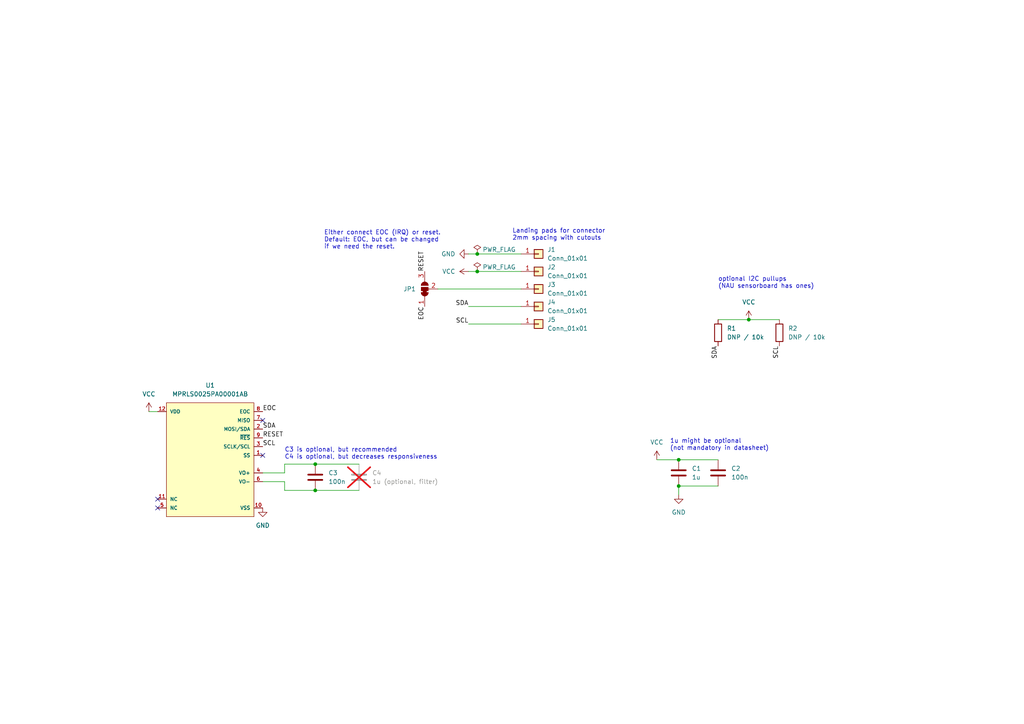
<source format=kicad_sch>
(kicad_sch (version 20230121) (generator eeschema)
  (paper "A4")
  (title_block (title "MPRLS sensorboard") (date "2023-07-06") (rev "v1.0") (company "AsTeRICS Foundation") (comment 2 "<beni@asterics-foundation.org>") (comment 3 "<aignerb@technikum-wien.at>") (comment 4 "Benjamin Aigner"))
  (lib_symbols
    (symbol "Connector_Generic:Conn_01x01" (pin_names (offset 1.016) hide)
      (property "Reference" "J" (at 0 2.54 0))
      (property "Value" "Conn_01x01" (at 0 -2.54 0))
      (symbol "Conn_01x01_1_1"
        (rectangle (start -1.27 0.127) (end 0 -0.127) (stroke (width 0.1524)))
        (rectangle (start -1.27 1.27) (end 1.27 -1.27) (stroke (width 0.254)) (fill (type background)))
        (pin passive line (at -5.08 0 0) (length 3.81) (name "Pin_1") (number "1"))
      )
    )
    (symbol "Device:C" (pin_numbers hide) (pin_names (offset 0.254))
      (property "Reference" "C" (at 0.635 2.54 0))
      (property "Value" "C" (at 0.635 -2.54 0))
      (symbol "C_0_1"
        (polyline (pts (xy -2.032 -0.762) (xy 2.032 -0.762)) (stroke (width 0.508)))
        (polyline (pts (xy -2.032 0.762) (xy 2.032 0.762)) (stroke (width 0.508)))
      )
      (symbol "C_1_1"
        (pin passive line (at 0 3.81 270) (length 2.794) (name "~") (number "1"))
        (pin passive line (at 0 -3.81 90) (length 2.794) (name "~") (number "2"))
      )
    )
    (symbol "Device:R" (pin_numbers hide) (pin_names (offset 0))
      (property "Reference" "R" (at 2.032 0 90))
      (property "Value" "R" (at 0 0 90))
      (symbol "R_0_1"
        (rectangle (start -1.016 -2.54) (end 1.016 2.54) (stroke (width 0.254)))
      )
      (symbol "R_1_1"
        (pin passive line (at 0 3.81 270) (length 1.27) (name "~") (number "1"))
        (pin passive line (at 0 -3.81 90) (length 1.27) (name "~") (number "2"))
      )
    )
    (symbol "Jumper:SolderJumper_3_Bridged12" (pin_names (offset 0) hide)
      (property "Reference" "JP" (at -2.54 -2.54 0))
      (property "Value" "SolderJumper_3_Bridged12" (at 0 2.794 0))
      (symbol "SolderJumper_3_Bridged12_0_1"
        (rectangle (start -1.016 0.508) (end -0.508 -0.508) (fill (type outline)))
        (arc (start -1.016 1.016) (mid -2.0276 0) (end -1.016 -1.016))
        (arc (start -1.016 1.016) (mid -2.0276 0) (end -1.016 -1.016) (fill (type outline)))
        (rectangle (start -0.508 1.016) (end 0.508 -1.016) (fill (type outline)))
        (polyline (pts (xy -2.54 0) (xy -2.032 0)))
        (polyline (pts (xy -1.016 1.016) (xy -1.016 -1.016)))
        (polyline (pts (xy 0 -1.27) (xy 0 -1.016)))
        (polyline (pts (xy 1.016 1.016) (xy 1.016 -1.016)))
        (polyline (pts (xy 2.54 0) (xy 2.032 0)))
        (arc (start 1.016 -1.016) (mid 2.0276 0) (end 1.016 1.016))
        (arc (start 1.016 -1.016) (mid 2.0276 0) (end 1.016 1.016) (fill (type outline)))
      )
      (symbol "SolderJumper_3_Bridged12_1_1"
        (pin passive line (at -5.08 0 0) (length 2.54) (name "A") (number "1"))
        (pin passive line (at 0 -3.81 90) (length 2.54) (name "C") (number "2"))
        (pin passive line (at 5.08 0 180) (length 2.54) (name "B") (number "3"))
      )
    )
    (symbol "mprl:MPRLS0025PA00001AB" (pin_names (offset 1.016))
      (property "Reference" "U" (at 0 5.08 0))
      (property "Value" "MPRLS0025PA00001AB" (at 0 7.62 0))
      (symbol "MPRLS0025PA00001AB_1_1"
        (rectangle (start 5.08 2.54) (end 30.48 -30.48) (fill (type background)))
        (pin passive line (at 33.02 -12.7 180) (length 2.54) (name "SS") (number "1"))
        (pin power_in line (at 33.02 -27.94 180) (length 2.54) (name "VSS") (number "10"))
        (pin passive line (at 2.54 -25.4 0) (length 2.54) (name "NC") (number "11"))
        (pin power_in line (at 2.54 0 0) (length 2.54) (name "VDD") (number "12"))
        (pin bidirectional line (at 33.02 -5.08 180) (length 2.54) (name "MOSI/SDA") (number "2"))
        (pin input line (at 33.02 -10.16 180) (length 2.54) (name "SCLK/SCL") (number "3"))
        (pin passive line (at 33.02 -17.78 180) (length 2.54) (name "VO+") (number "4"))
        (pin passive line (at 2.54 -27.94 0) (length 2.54) (name "NC") (number "5"))
        (pin passive line (at 33.02 -20.32 180) (length 2.54) (name "VO-") (number "6"))
        (pin bidirectional line (at 33.02 -2.54 180) (length 2.54) (name "MISO") (number "7"))
        (pin passive line (at 33.02 0 180) (length 2.54) (name "EOC") (number "8"))
        (pin passive line (at 33.02 -7.62 180) (length 2.54) (name "~{RES}") (number "9"))
      )
    )
    (symbol "power:GND" (power) (pin_names (offset 0))
      (property "Value" "GND" (at 0 -3.81 0))
      (symbol "GND_0_1"
        (polyline (pts (xy 0 0) (xy 0 -1.27) (xy 1.27 -1.27) (xy 0 -2.54) (xy -1.27 -1.27) (xy 0 -1.27)))
      )
      (symbol "GND_1_1"
        (pin power_in line (at 0 0 270) (length 0) hide (name "GND") (number "1"))
      )
    )
    (symbol "power:PWR_FLAG" (power) (pin_numbers hide) (pin_names (offset 0) hide)
      (property "Value" "PWR_FLAG" (at 0 3.81 0))
      (symbol "PWR_FLAG_0_0"
        (pin power_out line (at 0 0 90) (length 0) (name "pwr") (number "1"))
      )
      (symbol "PWR_FLAG_0_1"
        (polyline (pts (xy 0 0) (xy 0 1.27) (xy -1.016 1.905) (xy 0 2.54) (xy 1.016 1.905) (xy 0 1.27)))
      )
    )
    (symbol "power:VCC" (power) (pin_names (offset 0))
      (property "Value" "VCC" (at 0 3.81 0))
      (symbol "VCC_0_1"
        (polyline (pts (xy -0.762 1.27) (xy 0 2.54)))
        (polyline (pts (xy 0 0) (xy 0 2.54)))
        (polyline (pts (xy 0 2.54) (xy 0.762 1.27)))
      )
      (symbol "VCC_1_1"
        (pin power_in line (at 0 0 90) (length 0) hide (name "VCC") (number "1"))
      )
    )
  )
  (junction (at 138.43 78.74))
  (junction (at 196.85 140.97))
  (junction (at 196.85 133.35))
  (junction (at 91.44 142.24))
  (junction (at 138.43 73.66))
  (junction (at 91.44 134.62))
  (junction (at 217.17 92.71))
  (no_connect (at 45.72 144.78))
  (no_connect (at 45.72 147.32))
  (no_connect (at 76.2 132.08))
  (no_connect (at 76.2 121.92))
  (wire (pts (xy 82.55 137.16) (xy 82.55 134.62)))
  (wire (pts (xy 43.18 119.38) (xy 45.72 119.38)))
  (wire (pts (xy 91.44 142.24) (xy 82.55 142.24)))
  (wire (pts (xy 91.44 134.62) (xy 104.14 134.62)))
  (wire (pts (xy 138.43 78.74) (xy 135.89 78.74)))
  (wire (pts (xy 208.28 92.71) (xy 217.17 92.71)))
  (wire (pts (xy 82.55 139.7) (xy 76.2 139.7)))
  (wire (pts (xy 208.28 140.97) (xy 196.85 140.97)))
  (wire (pts (xy 127 83.82) (xy 151.13 83.82)))
  (wire (pts (xy 82.55 134.62) (xy 91.44 134.62)))
  (wire (pts (xy 76.2 137.16) (xy 82.55 137.16)))
  (wire (pts (xy 151.13 93.98) (xy 135.89 93.98)))
  (wire (pts (xy 138.43 78.74) (xy 151.13 78.74)))
  (wire (pts (xy 190.5 133.35) (xy 196.85 133.35)))
  (wire (pts (xy 217.17 92.71) (xy 226.06 92.71)))
  (wire (pts (xy 151.13 88.9) (xy 135.89 88.9)))
  (wire (pts (xy 196.85 133.35) (xy 208.28 133.35)))
  (wire (pts (xy 138.43 73.66) (xy 135.89 73.66)))
  (wire (pts (xy 151.13 73.66) (xy 138.43 73.66)))
  (wire (pts (xy 82.55 142.24) (xy 82.55 139.7)))
  (wire (pts (xy 196.85 140.97) (xy 196.85 143.51)))
  (wire (pts (xy 104.14 142.24) (xy 91.44 142.24)))
  (text "C3 is optional, but recommended\nC4 is optional, but decreases responsiveness" (at 82.55 133.35 0) (effects (font (size 1.27 1.27)) (justify left bottom)))
  (text "optional I2C pullups\n(NAU sensorboard has ones)" (at 208.28 83.82 0) (effects (font (size 1.27 1.27)) (justify left bottom)))
  (text "1u might be optional\n(not mandatory in datasheet)" (at 194.31 130.81 0) (effects (font (size 1.27 1.27)) (justify left bottom)))
  (text "Either connect EOC (IRQ) or reset.\nDefault: EOC, but can be changed \nif we need the reset." (at 93.98 72.39 0) (effects (font (size 1.27 1.27)) (justify left bottom)))
  (text "Landing pads for connector\n2mm spacing with cutouts" (at 148.59 69.85 0) (effects (font (size 1.27 1.27)) (justify left bottom)))
  (label "RESET" (at 76.2 127 0))
  (label "SCL" (at 135.89 93.98 180))
  (label "SCL" (at 226.06 100.33 270))
  (label "SDA" (at 76.2 124.46 0))
  (label "EOC" (at 76.2 119.38 0))
  (label "RESET" (at 123.19 78.74 90))
  (label "EOC" (at 123.19 88.9 270))
  (label "SDA" (at 208.28 100.33 270))
  (label "SDA" (at 135.89 88.9 180))
  (label "SCL" (at 76.2 129.54 0))
  (symbol (lib_id "Connector_Generic:Conn_01x01") (at 156.21 73.66 0) (unit 1) (in_bom no)
    (property "Reference" "J1" (at 158.75 72.39 0) (effects (justify left)))
    (property "Value" "Conn_01x01" (at 158.75 74.93 0) (effects (justify left)))
    (property "Footprint" "pad:edge_pin" (effects hide))
  )
  (symbol (lib_id "power:PWR_FLAG") (at 138.43 78.74 0) (unit 1)
    (property "Reference" "#FLG02" (effects hide))
    (property "Value" "PWR_FLAG" (at 144.78 77.47 0))
  )
  (symbol (lib_id "power:PWR_FLAG") (at 138.43 73.66 0) (unit 1)
    (property "Reference" "#FLG01" (effects hide))
    (property "Value" "PWR_FLAG" (at 144.78 72.39 0))
  )
  (symbol (lib_id "power:GND") (at 76.2 147.32 0) (unit 1)
    (property "Reference" "#PWR04" (effects hide))
    (property "Value" "GND" (at 76.2 152.4 0))
  )
  (symbol (lib_id "Device:R") (at 226.06 96.52 0) (unit 1)
    (property "Reference" "R2" (at 228.6 95.25 0) (effects (justify left)))
    (property "Value" "DNP / 10k" (at 228.6 97.79 0) (effects (justify left)))
    (property "Footprint" "Resistor_SMD:R_0603_1608Metric_Pad0.98x0.95mm_HandSolder" (effects hide))
  )
  (symbol (lib_id "Connector_Generic:Conn_01x01") (at 156.21 88.9 0) (unit 1) (in_bom no)
    (property "Reference" "J4" (at 158.75 87.63 0) (effects (justify left)))
    (property "Value" "Conn_01x01" (at 158.75 90.17 0) (effects (justify left)))
    (property "Footprint" "pad:edge_pin" (effects hide))
  )
  (symbol (lib_id "Connector_Generic:Conn_01x01") (at 156.21 83.82 0) (unit 1) (in_bom no)
    (property "Reference" "J3" (at 158.75 82.55 0) (effects (justify left)))
    (property "Value" "Conn_01x01" (at 158.75 85.09 0) (effects (justify left)))
    (property "Footprint" "pad:edge_pin" (effects hide))
  )
  (symbol (lib_id "Device:C") (at 91.44 138.43 0) (unit 1)
    (property "Reference" "C3" (at 95.25 137.16 0) (effects (justify left)))
    (property "Value" "100n" (at 95.25 139.7 0) (effects (justify left)))
    (property "Footprint" "Capacitor_SMD:C_0603_1608Metric" (effects hide))
  )
  (symbol (lib_id "Jumper:SolderJumper_3_Bridged12") (at 123.19 83.82 90) (unit 1) (in_bom no)
    (property "Reference" "JP1" (at 120.65 83.82 90) (effects (justify left)))
    (property "Value" "SolderJumper_3_Bridged12" (effects hide))
    (property "Footprint" "Jumper:SolderJumper-3_P1.3mm_Bridged12_RoundedPad1.0x1.5mm" (effects hide))
  )
  (symbol (lib_id "Device:C") (at 208.28 137.16 0) (unit 1)
    (property "Reference" "C2" (at 212.09 135.89 0) (effects (justify left)))
    (property "Value" "100n" (at 212.09 138.43 0) (effects (justify left)))
    (property "Footprint" "Capacitor_SMD:C_0603_1608Metric" (effects hide))
  )
  (symbol (lib_id "mprl:MPRLS0025PA00001AB") (at 43.18 119.38 0) (unit 1)
    (property "Reference" "U1" (at 60.96 111.76 0))
    (property "Value" "MPRLS0025PA00001AB" (at 60.96 114.3 0))
    (property "Footprint" "MPRLS:Honeywell-MPRLS0025PA00001AB-0" (effects hide))
    (property "Datasheet" "https://sensing.honeywell.com/honeywell-sensing-micropressure-board-mount-pressure-mpr-series-datasheet-32332628-en.pdf" (effects hide))
    (property "automotive" "No" (effects hide))
    (property "category" "IC" (effects hide))
    (property "device class L1" "Sensors" (effects hide))
    (property "device class L2" "Pressure Sensors" (effects hide))
    (property "device class L3" "unset" (effects hide))
    (property "digikey description" "MICROPRESSURE EVAL BOARD 25 PSI" (effects hide))
    (property "digikey part number" "480-7127-ND" (effects hide))
    (property "height" "5.86mm" (effects hide))
    (property "lead free" "Yes" (effects hide))
    (property "library id" "c5a2135f599f8721" (effects hide))
    (property "manufacturer" "Honeywell" (effects hide))
    (property "max pressure" "25PSI" (effects hide))
    (property "max supply voltage" "3.6V" (effects hide))
    (property "min supply voltage" "1.8V" (effects hide))
    (property "mouser part number" "785-MPRLS25PA00001AB" (effects hide))
    (property "operating supply current" "0.0338uA" (effects hide))
    (property "package" "SMD_5MM0_5MM0" (effects hide))
    (property "port style" "Barbless" (effects hide))
    (property "pressure" "0-25PSI" (effects hide))
    (property "rohs" "Yes" (effects hide))
    (property "sensor output" "I2C" (effects hide))
    (property "temperature range high" "+85°C" (effects hide))
    (property "temperature range low" "-40°C" (effects hide))
  )
  (symbol (lib_id "power:GND") (at 135.89 73.66 270) (unit 1)
    (property "Reference" "#PWR06" (effects hide))
    (property "Value" "GND" (at 132.08 73.66 90) (effects (justify right)))
  )
  (symbol (lib_id "Device:C") (at 196.85 137.16 0) (unit 1)
    (property "Reference" "C1" (at 200.66 135.89 0) (effects (justify left)))
    (property "Value" "1u" (at 200.66 138.43 0) (effects (justify left)))
    (property "Footprint" "Capacitor_SMD:C_0603_1608Metric" (effects hide))
  )
  (symbol (lib_id "power:GND") (at 196.85 143.51 0) (unit 1)
    (property "Reference" "#PWR03" (effects hide))
    (property "Value" "GND" (at 196.85 148.59 0))
  )
  (symbol (lib_id "Device:R") (at 208.28 96.52 0) (unit 1)
    (property "Reference" "R1" (at 210.82 95.25 0) (effects (justify left)))
    (property "Value" "DNP / 10k" (at 210.82 97.79 0) (effects (justify left)))
    (property "Footprint" "Resistor_SMD:R_0603_1608Metric_Pad0.98x0.95mm_HandSolder" (effects hide))
  )
  (symbol (lib_id "power:VCC") (at 43.18 119.38 0) (unit 1)
    (property "Reference" "#PWR05" (effects hide))
    (property "Value" "VCC" (at 43.18 114.3 0))
  )
  (symbol (lib_id "power:VCC") (at 135.89 78.74 90) (unit 1)
    (property "Reference" "#PWR07" (effects hide))
    (property "Value" "VCC" (at 132.08 78.74 90) (effects (justify left)))
  )
  (symbol (lib_id "Connector_Generic:Conn_01x01") (at 156.21 78.74 0) (unit 1) (in_bom no)
    (property "Reference" "J2" (at 158.75 77.47 0) (effects (justify left)))
    (property "Value" "Conn_01x01" (at 158.75 80.01 0) (effects (justify left)))
    (property "Footprint" "pad:edge_pin" (effects hide))
  )
  (symbol (lib_id "power:VCC") (at 190.5 133.35 0) (unit 1)
    (property "Reference" "#PWR02" (effects hide))
    (property "Value" "VCC" (at 190.5 128.27 0))
  )
  (symbol (lib_id "Connector_Generic:Conn_01x01") (at 156.21 93.98 0) (unit 1) (in_bom no)
    (property "Reference" "J5" (at 158.75 92.71 0) (effects (justify left)))
    (property "Value" "Conn_01x01" (at 158.75 95.25 0) (effects (justify left)))
    (property "Footprint" "pad:edge_pin" (effects hide))
  )
  (symbol (lib_id "Device:C") (at 104.14 138.43 0) (unit 1) (dnp yes)
    (property "Reference" "C4" (at 107.95 137.16 0) (effects (justify left)))
    (property "Value" "1u (optional, filter)" (at 107.95 139.7 0) (effects (justify left)))
    (property "Footprint" "Capacitor_SMD:C_0603_1608Metric" (effects hide))
  )
  (symbol (lib_id "power:VCC") (at 217.17 92.71 0) (unit 1)
    (property "Reference" "#PWR01" (effects hide))
    (property "Value" "VCC" (at 217.17 87.63 0))
  )
)
</source>
